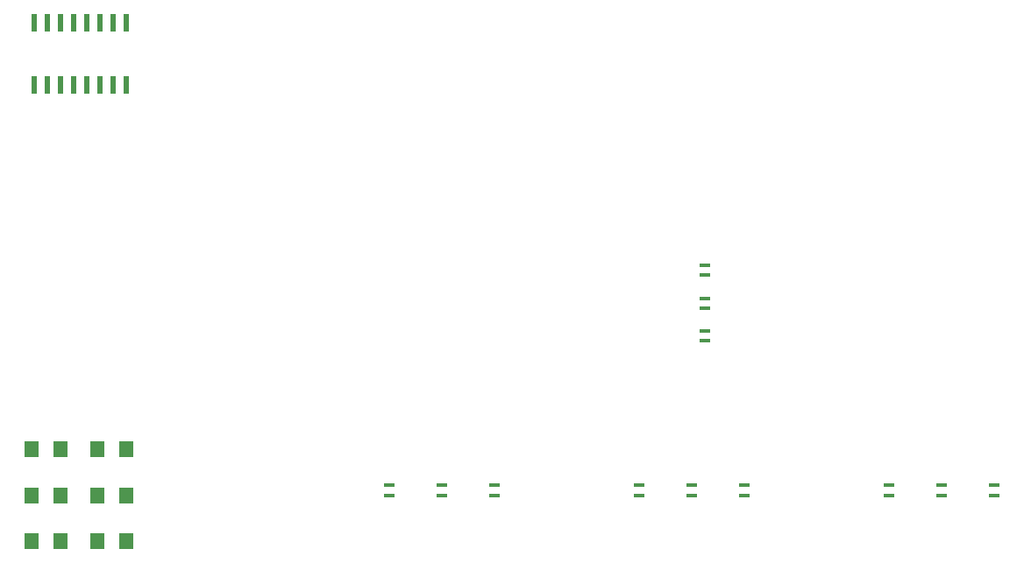
<source format=gbr>
G04 DipTrace 3.3.1.3*
G04 BottomPaste.gbr*
%MOIN*%
G04 #@! TF.FileFunction,Paste,Bot*
G04 #@! TF.Part,Single*
%ADD56R,0.055112X0.062986*%
%ADD60R,0.04212X0.01712*%
%ADD68R,0.023616X0.07086*%
%FSLAX26Y26*%
G04*
G70*
G90*
G75*
G01*
G04 BotPaste*
%LPD*%
D68*
X1143700Y2543700D3*
X1193700D3*
X1243700D3*
X1293700D3*
X1343700D3*
X1393700D3*
X1443700D3*
X1493700D3*
Y2307480D3*
X1443700D3*
X1393700D3*
X1343700D3*
X1293700D3*
X1243700D3*
X1193700D3*
X1143700D3*
D60*
X3693700Y1618700D3*
Y1581199D3*
Y1493700D3*
Y1456199D3*
Y1368700D3*
Y1331199D3*
X2893700Y743700D3*
Y781201D3*
X2693700Y743700D3*
Y781201D3*
X2493700Y743700D3*
Y781201D3*
X4793700Y743700D3*
Y781201D3*
X4593700Y743700D3*
Y781201D3*
X4393700Y743700D3*
Y781201D3*
X3843700Y743700D3*
Y781201D3*
X3643700Y743700D3*
Y781201D3*
X3443700Y743700D3*
Y781201D3*
D56*
X1243700Y918700D3*
X1133464D3*
X1243700Y743700D3*
X1133464D3*
X1243700Y568700D3*
X1133464D3*
X1493700Y918700D3*
X1383464D3*
X1493700Y743700D3*
X1383464D3*
X1493700Y568700D3*
X1383464D3*
M02*

</source>
